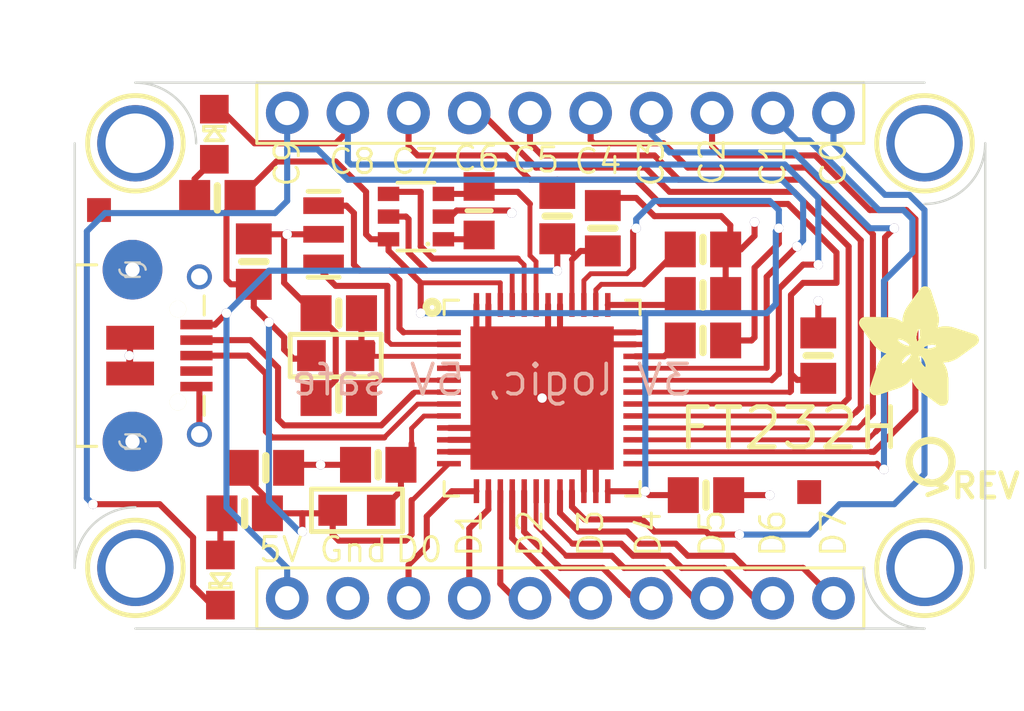
<source format=kicad_pcb>
(kicad_pcb (version 4) (host pcbnew 4.0.5-e0-6337~49~ubuntu16.04.1)
  (layers (0 F.Cu signal) (31 B.Cu signal) (34 B.Paste user) (35 F.Paste user) (36 B.SilkS user) (37 F.SilkS user) (38 B.Mask user) (39 F.Mask user) (44 Edge.Cuts user))
  (net 0 "")
  (module QFN48_8MM (layer F.Cu) (at 149.098 106.8197)
    (fp_text reference IC2)
    (fp_text value FT232HQ)
    (pad THER smd rect (at 0 0) (size 5.99948 5.99948) (layers F.Cu F.Paste F.Mask))
    (pad 1 smd rect (at -3.8989 -2.74828 90) (size 0.2286 0.99822) (layers F.Cu F.Paste F.Mask))
    (pad 2 smd rect (at -3.8989 -2.2479 90) (size 0.2286 0.99822) (layers F.Cu F.Paste F.Mask))
    (pad 3 smd rect (at -3.8989 -1.74752 90) (size 0.2286 0.99822) (layers F.Cu F.Paste F.Mask))
    (pad 4 smd rect (at -3.8989 -1.24968 90) (size 0.2286 0.99822) (layers F.Cu F.Paste F.Mask))
    (pad 5 smd rect (at -3.8989 -0.7493 90) (size 0.2286 0.99822) (layers F.Cu F.Paste F.Mask))
    (pad 6 smd rect (at -3.8989 -0.24892 90) (size 0.2286 0.99822) (layers F.Cu F.Paste F.Mask))
    (pad 7 smd rect (at -3.8989 0.24892 90) (size 0.2286 0.99822) (layers F.Cu F.Paste F.Mask))
    (pad 8 smd rect (at -3.8989 0.7493 90) (size 0.2286 0.99822) (layers F.Cu F.Paste F.Mask))
    (pad 9 smd rect (at -3.8989 1.24968 90) (size 0.2286 0.99822) (layers F.Cu F.Paste F.Mask))
    (pad 10 smd rect (at -3.8989 1.74752 90) (size 0.2286 0.99822) (layers F.Cu F.Paste F.Mask))
    (pad 11 smd rect (at -3.8989 2.2479 90) (size 0.2286 0.99822) (layers F.Cu F.Paste F.Mask))
    (pad 12 smd rect (at -3.8989 2.74828 90) (size 0.2286 0.99822) (layers F.Cu F.Paste F.Mask))
    (pad 13 smd rect (at -2.74828 3.8989 180) (size 0.2286 0.99822) (layers F.Cu F.Paste F.Mask))
    (pad 14 smd rect (at -2.2479 3.8989 180) (size 0.2286 0.99822) (layers F.Cu F.Paste F.Mask))
    (pad 15 smd rect (at -1.74752 3.8989 180) (size 0.2286 0.99822) (layers F.Cu F.Paste F.Mask))
    (pad 16 smd rect (at -1.24968 3.8989 180) (size 0.2286 0.99822) (layers F.Cu F.Paste F.Mask))
    (pad 17 smd rect (at -0.7493 3.8989 180) (size 0.2286 0.99822) (layers F.Cu F.Paste F.Mask))
    (pad 18 smd rect (at -0.24892 3.8989 180) (size 0.2286 0.99822) (layers F.Cu F.Paste F.Mask))
    (pad 19 smd rect (at 0.19812 3.8989 180) (size 0.2286 0.99822) (layers F.Cu F.Paste F.Mask))
    (pad 20 smd rect (at 0.7493 3.8989 180) (size 0.2286 0.99822) (layers F.Cu F.Paste F.Mask))
    (pad 21 smd rect (at 1.24968 3.8989 180) (size 0.2286 0.99822) (layers F.Cu F.Paste F.Mask))
    (pad 22 smd rect (at 1.74752 3.8989 180) (size 0.2286 0.99822) (layers F.Cu F.Paste F.Mask))
    (pad 23 smd rect (at 2.2479 3.8989 180) (size 0.2286 0.99822) (layers F.Cu F.Paste F.Mask))
    (pad 24 smd rect (at 2.74828 3.8989 180) (size 0.2286 0.99822) (layers F.Cu F.Paste F.Mask))
    (pad 25 smd rect (at 3.8989 2.74828 270) (size 0.2286 0.99822) (layers F.Cu F.Paste F.Mask))
    (pad 26 smd rect (at 3.8989 2.2479 270) (size 0.2286 0.99822) (layers F.Cu F.Paste F.Mask))
    (pad 27 smd rect (at 3.8989 1.74752 270) (size 0.2286 0.99822) (layers F.Cu F.Paste F.Mask))
    (pad 28 smd rect (at 3.8989 1.24968 270) (size 0.2286 0.99822) (layers F.Cu F.Paste F.Mask))
    (pad 29 smd rect (at 3.8989 0.7493 270) (size 0.2286 0.99822) (layers F.Cu F.Paste F.Mask))
    (pad 30 smd rect (at 3.8989 0.24892 270) (size 0.2286 0.99822) (layers F.Cu F.Paste F.Mask))
    (pad 31 smd rect (at 3.8989 -0.24892 270) (size 0.2286 0.99822) (layers F.Cu F.Paste F.Mask))
    (pad 32 smd rect (at 3.8989 -0.7493 270) (size 0.2286 0.99822) (layers F.Cu F.Paste F.Mask))
    (pad 33 smd rect (at 3.8989 -1.24968 270) (size 0.2286 0.99822) (layers F.Cu F.Paste F.Mask))
    (pad 34 smd rect (at 3.8989 -1.74752 270) (size 0.2286 0.99822) (layers F.Cu F.Paste F.Mask))
    (pad 35 smd rect (at 3.8989 -2.2479 270) (size 0.2286 0.99822) (layers F.Cu F.Paste F.Mask))
    (pad 36 smd rect (at 3.8989 -2.74828 270) (size 0.2286 0.99822) (layers F.Cu F.Paste F.Mask))
    (pad 37 smd rect (at 2.74828 -3.8989) (size 0.2286 0.99822) (layers F.Cu F.Paste F.Mask))
    (pad 38 smd rect (at 2.2479 -3.8989) (size 0.2286 0.99822) (layers F.Cu F.Paste F.Mask))
    (pad 39 smd rect (at 1.74752 -3.8989) (size 0.2286 0.99822) (layers F.Cu F.Paste F.Mask))
    (pad 40 smd rect (at 1.24968 -3.8989) (size 0.2286 0.99822) (layers F.Cu F.Paste F.Mask))
    (pad 41 smd rect (at 0.7493 -3.8989) (size 0.2286 0.99822) (layers F.Cu F.Paste F.Mask))
    (pad 42 smd rect (at 0.24892 -3.8989) (size 0.2286 0.99822) (layers F.Cu F.Paste F.Mask))
    (pad 43 smd rect (at -0.24892 -3.8989) (size 0.2286 0.99822) (layers F.Cu F.Paste F.Mask))
    (pad 44 smd rect (at -0.7493 -3.8989) (size 0.2286 0.99822) (layers F.Cu F.Paste F.Mask))
    (pad 45 smd rect (at -1.24968 -3.8989) (size 0.2286 0.99822) (layers F.Cu F.Paste F.Mask))
    (pad 46 smd rect (at -1.74752 -3.8989) (size 0.2286 0.99822) (layers F.Cu F.Paste F.Mask))
    (pad 47 smd rect (at -2.2479 -3.8989) (size 0.2286 0.99822) (layers F.Cu F.Paste F.Mask))
    (pad 48 smd rect (at -2.74828 -3.8989) (size 0.2286 0.99822) (layers F.Cu F.Paste F.Mask))
  )
  (module 4UCONN_20329 (layer F.Cu) (at 133.858 105.0417 270)
    (fp_text reference X1)
    (fp_text value MiniB)
    (fp_arc (start -3.62458 1.62306) (end -3.8989 1.59766) (angle -90) (layer Edge.Cuts) (width 0))
    (fp_arc (start -3.57378 1.62306) (end -3.59918 1.34874) (angle -90) (layer Edge.Cuts) (width 0))
    (fp_line (start -3.29946 1.59766) (end -3.29946 2.19964) (layer Edge.Cuts) (width 0))
    (fp_arc (start -3.57378 2.17424) (end -3.29946 2.19964) (angle -90) (layer Edge.Cuts) (width 0))
    (fp_arc (start -3.62458 2.17424) (end -3.59918 2.44856) (angle -90) (layer Edge.Cuts) (width 0))
    (fp_line (start -3.8989 2.19964) (end -3.8989 1.59766) (layer Edge.Cuts) (width 0))
    (fp_arc (start 3.62458 2.17424) (end 3.8989 2.19964) (angle -90) (layer Edge.Cuts) (width 0))
    (fp_arc (start 3.57378 2.17424) (end 3.59918 2.44856) (angle -90) (layer Edge.Cuts) (width 0))
    (fp_line (start 3.8989 1.59766) (end 3.8989 2.19964) (layer Edge.Cuts) (width 0))
    (fp_arc (start 3.62458 1.62306) (end 3.59918 1.34874) (angle -90) (layer Edge.Cuts) (width 0))
    (fp_arc (start 3.57378 1.62306) (end 3.29946 1.59766) (angle -90) (layer Edge.Cuts) (width 0))
    (fp_line (start 3.29946 2.19964) (end 3.29946 1.59766) (layer Edge.Cuts) (width 0))
    (pad Hole np_thru_hole circle (at -1.94818 0) (size 0.6985 0.6985) (drill 0.6985) (layers *.Cu *.Mask F.SilkS))
    (pad Hole np_thru_hole circle (at 1.94818 0) (size 0.6985 0.6985) (drill 0.6985) (layers *.Cu *.Mask F.SilkS))
    (pad SPRT thru_hole oval (at 3.59918 1.89992) (size 2.49936 2.49936) (drill 0.59944) (layers *.Cu *.Mask))
    (pad SPRT thru_hole oval (at -3.59918 1.89992) (size 2.49936 2.49936) (drill 0.59944) (layers *.Cu *.Mask))
    (pad SPRT thru_hole oval (at -3.29946 -0.89916 90) (size 1.04648 1.04648) (drill 0.6985) (layers *.Cu *.Mask))
    (pad SPRT thru_hole oval (at 3.29946 -0.89916 270) (size 1.04648 1.04648) (drill 0.6985) (layers *.Cu *.Mask))
    (pad VBUS smd rect (at -1.29794 -0.7747 270) (size 0.39878 1.34874) (layers F.Cu F.Paste F.Mask))
    (pad D- smd rect (at -0.6477 -0.7747 270) (size 0.39878 1.34874) (layers F.Cu F.Paste F.Mask))
    (pad D+ smd rect (at 0 -0.7747 270) (size 0.39878 1.34874) (layers F.Cu F.Paste F.Mask))
    (pad ID smd rect (at 0.6477 -0.7747 270) (size 0.39878 1.34874) (layers F.Cu F.Paste F.Mask))
    (pad GND smd rect (at 1.29794 -0.7747 270) (size 0.39878 1.34874) (layers F.Cu F.Paste F.Mask))
    (pad BASE smd rect (at -0.7493 1.99898) (size 1.99898 0.99822) (layers F.Cu F.Paste F.Mask))
    (pad BASE smd rect (at 0.7493 1.99898) (size 1.99898 0.99822) (layers F.Cu F.Paste F.Mask))
  )
  (module RESONATOR-SMD (layer F.Cu) (at 139.954 99.9617 270)
    (fp_text reference ref** hide)
    (fp_text value val** hide)
    (pad 1 smd rect (at -1.19888 0 270) (size 0.6985 1.69926) (layers F.Cu F.Paste F.Mask))
    (pad 2 smd rect (at 0 0 270) (size 0.6985 1.69926) (layers F.Cu F.Paste F.Mask))
    (pad 3 smd rect (at 1.19888 0 270) (size 0.6985 1.69926) (layers F.Cu F.Paste F.Mask))
  )
  (module 0805-NO (layer F.Cu) (at 151.638 99.7077 90)
    (fp_text reference C1)
    (fp_text value 10uF)
    (pad 1 smd rect (at -0.94996 0 90) (size 1.29794 1.4986) (layers F.Cu F.Paste F.Mask))
    (pad 2 smd rect (at 0.94996 0 90) (size 1.29794 1.4986) (layers F.Cu F.Paste F.Mask))
  )
  (module 0805-NO (layer F.Cu) (at 155.829 102.5017)
    (fp_text reference C2)
    (fp_text value 0.1uF)
    (pad 1 smd rect (at -0.94996 0) (size 1.29794 1.4986) (layers F.Cu F.Paste F.Mask))
    (pad 2 smd rect (at 0.94996 0) (size 1.29794 1.4986) (layers F.Cu F.Paste F.Mask))
  )
  (module _0805 (layer F.Cu) (at 140.462 105.0417 180)
    (fp_text reference FB1)
    (fp_text value Ferrite)
    (pad 1 smd rect (at -1.016 0 180) (size 1.19888 1.29794) (layers F.Cu F.Paste F.Mask))
    (pad 2 smd rect (at 1.016 0 180) (size 1.19888 1.29794) (layers F.Cu F.Paste F.Mask))
  )
  (module _0805 (layer F.Cu) (at 141.351 111.5187)
    (fp_text reference FB2)
    (fp_text value Ferrite)
    (pad 1 smd rect (at -1.016 0) (size 1.19888 1.29794) (layers F.Cu F.Paste F.Mask))
    (pad 2 smd rect (at 1.016 0) (size 1.19888 1.29794) (layers F.Cu F.Paste F.Mask))
  )
  (module 0805-NO (layer F.Cu) (at 140.589 103.2637 180)
    (fp_text reference C3)
    (fp_text value 10uF)
    (pad 1 smd rect (at -0.94996 0 180) (size 1.29794 1.4986) (layers F.Cu F.Paste F.Mask))
    (pad 2 smd rect (at 0.94996 0 180) (size 1.29794 1.4986) (layers F.Cu F.Paste F.Mask))
  )
  (module 0805-NO (layer F.Cu) (at 142.24 109.6137 180)
    (fp_text reference C4)
    (fp_text value 10uF)
    (pad 1 smd rect (at -0.94996 0 180) (size 1.29794 1.4986) (layers F.Cu F.Paste F.Mask))
    (pad 2 smd rect (at 0.94996 0 180) (size 1.29794 1.4986) (layers F.Cu F.Paste F.Mask))
  )
  (module 0805-NO (layer F.Cu) (at 137.541 109.7407)
    (fp_text reference C5)
    (fp_text value 10uF)
    (pad 1 smd rect (at -0.94996 0) (size 1.29794 1.4986) (layers F.Cu F.Paste F.Mask))
    (pad 2 smd rect (at 0.94996 0) (size 1.29794 1.4986) (layers F.Cu F.Paste F.Mask))
  )
  (module 0805-NO (layer F.Cu) (at 155.956 110.8837)
    (fp_text reference C6)
    (fp_text value 0.1uF)
    (pad 1 smd rect (at -0.94996 0) (size 1.29794 1.4986) (layers F.Cu F.Paste F.Mask))
    (pad 2 smd rect (at 0.94996 0) (size 1.29794 1.4986) (layers F.Cu F.Paste F.Mask))
  )
  (module 0805-NO (layer F.Cu) (at 137.033 101.1047 90)
    (fp_text reference C7)
    (fp_text value 0.1uF)
    (pad 1 smd rect (at -0.94996 0 90) (size 1.29794 1.4986) (layers F.Cu F.Paste F.Mask))
    (pad 2 smd rect (at 0.94996 0 90) (size 1.29794 1.4986) (layers F.Cu F.Paste F.Mask))
  )
  (module 0805-NO (layer F.Cu) (at 155.829 104.4067)
    (fp_text reference R1)
    (fp_text value 12K)
    (pad 1 smd rect (at -0.94996 0) (size 1.29794 1.4986) (layers F.Cu F.Paste F.Mask))
    (pad 2 smd rect (at 0.94996 0) (size 1.29794 1.4986) (layers F.Cu F.Paste F.Mask))
  )
  (module 0805-NO (layer F.Cu) (at 155.829 100.5967)
    (fp_text reference C8)
    (fp_text value 0.1uF)
    (pad 1 smd rect (at -0.94996 0) (size 1.29794 1.4986) (layers F.Cu F.Paste F.Mask))
    (pad 2 smd rect (at 0.94996 0) (size 1.29794 1.4986) (layers F.Cu F.Paste F.Mask))
  )
  (module 0805-NO (layer F.Cu) (at 140.589 106.8197 180)
    (fp_text reference R2)
    (fp_text value "12K 1%")
    (pad 1 smd rect (at -0.94996 0 180) (size 1.29794 1.4986) (layers F.Cu F.Paste F.Mask))
    (pad 2 smd rect (at 0.94996 0 180) (size 1.29794 1.4986) (layers F.Cu F.Paste F.Mask))
  )
  (module SOT23-6 (layer F.Cu) (at 143.81988 99.22002 90)
    (fp_text reference IC1)
    (fp_text value 93LC56B)
    (pad 1 smd rect (at -0.94996 1.14808 90) (size 0.59944 0.89916) (layers F.Cu F.Paste F.Mask))
    (pad 2 smd rect (at 0 1.14808 90) (size 0.59944 0.89916) (layers F.Cu F.Paste F.Mask))
    (pad 3 smd rect (at 0.94996 1.14808 90) (size 0.59944 0.89916) (layers F.Cu F.Paste F.Mask))
    (pad 4 smd rect (at 0.94996 -1.14808 90) (size 0.59944 0.89916) (layers F.Cu F.Paste F.Mask))
    (pad 5 smd rect (at 0 -1.14808 90) (size 0.59944 0.89916) (layers F.Cu F.Paste F.Mask))
    (pad 6 smd rect (at -0.94996 -1.14808 90) (size 0.59944 0.89916) (layers F.Cu F.Paste F.Mask))
  )
  (module CHIPLED_0805_NOOUTLINE (layer F.Cu) (at 135.636 114.4397 180)
    (fp_text reference LED1)
    (fp_text value green)
    (pad C smd rect (at 0 -1.04902 180) (size 1.19888 1.19888) (layers F.Cu F.Paste F.Mask))
    (pad A smd rect (at 0 1.04902 180) (size 1.19888 1.19888) (layers F.Cu F.Paste F.Mask))
  )
  (module CHIPLED_0805_NOOUTLINE (layer F.Cu) (at 135.382 95.7707)
    (fp_text reference LED2)
    (fp_text value red)
    (pad C smd rect (at 0 -1.04902) (size 1.19888 1.19888) (layers F.Cu F.Paste F.Mask))
    (pad A smd rect (at 0 1.04902) (size 1.19888 1.19888) (layers F.Cu F.Paste F.Mask))
  )
  (module 0805-NO (layer F.Cu) (at 136.652 111.6457 180)
    (fp_text reference R3)
    (fp_text value 1K)
    (pad 1 smd rect (at -0.94996 0 180) (size 1.29794 1.4986) (layers F.Cu F.Paste F.Mask))
    (pad 2 smd rect (at 0.94996 0 180) (size 1.29794 1.4986) (layers F.Cu F.Paste F.Mask))
  )
  (module 0805-NO (layer F.Cu) (at 135.509 98.4377 180)
    (fp_text reference R4)
    (fp_text value 1K)
    (pad 1 smd rect (at -0.94996 0 180) (size 1.29794 1.4986) (layers F.Cu F.Paste F.Mask))
    (pad 2 smd rect (at 0.94996 0 180) (size 1.29794 1.4986) (layers F.Cu F.Paste F.Mask))
  )
  (module _0805MP (layer F.Cu) (at 146.46148 98.97364 270)
    (fp_text reference R5)
    (fp_text value 2.2K)
    (pad 1 smd rect (at -1.016 0 270) (size 1.19888 1.29794) (layers F.Cu F.Paste F.Mask))
    (pad 2 smd rect (at 1.016 0 270) (size 1.19888 1.29794) (layers F.Cu F.Paste F.Mask))
  )
  (module 0805-NO (layer F.Cu) (at 149.733 99.1997 270)
    (fp_text reference R6)
    (fp_text value 4.7K)
    (pad 1 smd rect (at -0.94996 0 270) (size 1.29794 1.4986) (layers F.Cu F.Paste F.Mask))
    (pad 2 smd rect (at 0.94996 0 270) (size 1.29794 1.4986) (layers F.Cu F.Paste F.Mask))
  )
  (module 0805-NO (layer F.Cu) (at 160.655 105.0417 270)
    (fp_text reference R7)
    (fp_text value 12K)
    (pad 1 smd rect (at -0.94996 0 270) (size 1.29794 1.4986) (layers F.Cu F.Paste F.Mask))
    (pad 2 smd rect (at 0.94996 0 270) (size 1.29794 1.4986) (layers F.Cu F.Paste F.Mask))
  )
  (module 1X10-BIG (layer F.Cu) (at 149.86 115.2017)
    (fp_text reference U$2)
    (fp_text value PINHD-1X10)
    (pad 1 thru_hole oval (at -11.43 0 90) (size 1.778 1.778) (drill 1.016) (layers *.Cu *.Mask))
    (pad 2 thru_hole oval (at -8.89 0 90) (size 1.778 1.778) (drill 1.016) (layers *.Cu *.Mask))
    (pad 3 thru_hole oval (at -6.35 0 90) (size 1.778 1.778) (drill 1.016) (layers *.Cu *.Mask))
    (pad 4 thru_hole oval (at -3.81 0 90) (size 1.778 1.778) (drill 1.016) (layers *.Cu *.Mask))
    (pad 5 thru_hole oval (at -1.27 0 90) (size 1.778 1.778) (drill 1.016) (layers *.Cu *.Mask))
    (pad 6 thru_hole oval (at 1.27 0 90) (size 1.778 1.778) (drill 1.016) (layers *.Cu *.Mask))
    (pad 7 thru_hole oval (at 3.81 0 90) (size 1.778 1.778) (drill 1.016) (layers *.Cu *.Mask))
    (pad 8 thru_hole oval (at 6.35 0 90) (size 1.778 1.778) (drill 1.016) (layers *.Cu *.Mask))
    (pad 9 thru_hole oval (at 8.89 0 90) (size 1.778 1.778) (drill 1.016) (layers *.Cu *.Mask))
    (pad 10 thru_hole oval (at 11.43 0 90) (size 1.778 1.778) (drill 1.016) (layers *.Cu *.Mask))
  )
  (module 1X10-BIG (layer F.Cu) (at 149.86 94.8817 180)
    (fp_text reference U$3)
    (fp_text value PINHD-1X10)
    (pad 1 thru_hole oval (at -11.43 0 270) (size 1.778 1.778) (drill 1.016) (layers *.Cu *.Mask))
    (pad 2 thru_hole oval (at -8.89 0 270) (size 1.778 1.778) (drill 1.016) (layers *.Cu *.Mask))
    (pad 3 thru_hole oval (at -6.35 0 270) (size 1.778 1.778) (drill 1.016) (layers *.Cu *.Mask))
    (pad 4 thru_hole oval (at -3.81 0 270) (size 1.778 1.778) (drill 1.016) (layers *.Cu *.Mask))
    (pad 5 thru_hole oval (at -1.27 0 270) (size 1.778 1.778) (drill 1.016) (layers *.Cu *.Mask))
    (pad 6 thru_hole oval (at 1.27 0 270) (size 1.778 1.778) (drill 1.016) (layers *.Cu *.Mask))
    (pad 7 thru_hole oval (at 3.81 0 270) (size 1.778 1.778) (drill 1.016) (layers *.Cu *.Mask))
    (pad 8 thru_hole oval (at 6.35 0 270) (size 1.778 1.778) (drill 1.016) (layers *.Cu *.Mask))
    (pad 9 thru_hole oval (at 8.89 0 270) (size 1.778 1.778) (drill 1.016) (layers *.Cu *.Mask))
    (pad 10 thru_hole oval (at 11.43 0 270) (size 1.778 1.778) (drill 1.016) (layers *.Cu *.Mask))
  )
  (module MOUNTINGHOLE_2.5_PLATED (layer F.Cu) (at 132.08 96.1517)
    (fp_text reference ref** hide)
    (fp_text value val** hide)
    (pad P$1 thru_hole oval (at 0 0) (size 3.19786 3.19786) (drill 2.49936) (layers *.Cu *.Mask))
  )
  (module MOUNTINGHOLE_2.5_PLATED (layer F.Cu) (at 132.08 113.9317)
    (fp_text reference ref** hide)
    (fp_text value val** hide)
    (pad P$1 thru_hole oval (at 0 0) (size 3.19786 3.19786) (drill 2.49936) (layers *.Cu *.Mask))
  )
  (module MOUNTINGHOLE_2.5_PLATED (layer F.Cu) (at 165.1 113.9317)
    (fp_text reference ref** hide)
    (fp_text value val** hide)
    (pad P$1 thru_hole oval (at 0 0) (size 3.19786 3.19786) (drill 2.49936) (layers *.Cu *.Mask))
  )
  (module FIDUCIAL_1MM (layer F.Cu) (at 130.556 98.9457)
    (fp_text reference ref** hide)
    (fp_text value val** hide)
    (pad 1 smd rect (at 0 0) (size 0.99822 0.99822) (layers F.Cu F.Paste F.Mask))
  )
  (module FIDUCIAL_1MM (layer F.Cu) (at 160.274 110.7567)
    (fp_text reference ref** hide)
    (fp_text value val** hide)
    (pad 1 smd rect (at 0 0) (size 0.99822 0.99822) (layers F.Cu F.Paste F.Mask))
  )
  (module MOUNTINGHOLE_2.5_PLATED (layer F.Cu) (at 165.1 96.1517)
    (fp_text reference ref** hide)
    (fp_text value val** hide)
    (pad P$1 thru_hole oval (at 0 0) (size 3.19786 3.19786) (drill 2.49936) (layers *.Cu *.Mask))
  )
  (module ADAFRUIT_5MM (layer F.Cu) (at 162.433 107.0737)
    (fp_text reference ref** hide)
    (fp_text value val** hide)
  )
  (module PCBFEAT-REV-040 (layer F.Cu) (at 165.354 109.4867)
    (fp_text reference ref** hide)
    (fp_text value val** hide)
    (fp_text user >REV (at 1.6764 1.016) (layer F.SilkS) (effects (font (size 1.016 1.016) (thickness 0.2032))))
  )
  (gr_line (start 129.54 96.1517) (end 129.54 113.9317) (angle 90) (layer Edge.Cuts))
  (gr_arc (start 132.08 113.9317) (end 129.54 113.9317) (angle 90) (layer Edge.Cuts))
  (gr_line (start 132.08 116.4717) (end 165.1 116.4717) (angle 90) (layer Edge.Cuts))
  (gr_arc (start 165.09746 113.9317) (end 165.1 116.4717) (angle 90) (layer Edge.Cuts))
  (gr_line (start 167.64 113.9317) (end 167.64 96.1517) (angle 90) (layer Edge.Cuts))
  (gr_arc (start 165.1 96.1517) (end 167.64 96.1517) (angle 90) (layer Edge.Cuts))
  (gr_line (start 165.1 93.6117) (end 132.08 93.6117) (angle 90) (layer Edge.Cuts))
  (gr_arc (start 132.08 96.1517) (end 132.08 93.6117) (angle 90) (layer Edge.Cuts))
  (gr_text C7 (at 142.6845 96.9137) (layer F.SilkS) (effects (font (size 1.016 1.016) (thickness 0.12192)) (justify left)))
  (gr_text C6 (at 145.288 96.7867) (layer F.SilkS) (effects (font (size 1.016 1.016) (thickness 0.12192)) (justify left)))
  (gr_text C5 (at 147.7645 96.8502) (layer F.SilkS) (effects (font (size 1.016 1.016) (thickness 0.12192)) (justify left)))
  (gr_text C4 (at 150.368 96.9137) (layer F.SilkS) (effects (font (size 1.016 1.016) (thickness 0.12192)) (justify left)))
  (gr_text C3 (at 153.67 98.0567 90) (layer F.SilkS) (effects (font (size 1.016 1.016) (thickness 0.12192)) (justify left)))
  (gr_text C2 (at 156.21 97.9932 90) (layer F.SilkS) (effects (font (size 1.016 1.016) (thickness 0.12192)) (justify left)))
  (gr_text C1 (at 158.75 98.0567 90) (layer F.SilkS) (effects (font (size 1.016 1.016) (thickness 0.12192)) (justify left)))
  (gr_text C0 (at 161.29 98.0567 90) (layer F.SilkS) (effects (font (size 1.016 1.016) (thickness 0.12192)) (justify left)))
  (gr_text C8 (at 140.081 96.9137) (layer F.SilkS) (effects (font (size 1.016 1.016) (thickness 0.12192)) (justify left)))
  (gr_text C9 (at 138.43 98.0567 90) (layer F.SilkS) (effects (font (size 1.016 1.016) (thickness 0.12192)) (justify left)))
  (gr_text 5V (at 137.16 113.1697) (layer F.SilkS) (effects (font (size 1.016 1.016) (thickness 0.12192)) (justify left)))
  (gr_text Gnd (at 139.7 113.1697) (layer F.SilkS) (effects (font (size 1.016 1.016) (thickness 0.12192)) (justify left)))
  (gr_text D0 (at 142.875 113.1697) (layer F.SilkS) (effects (font (size 1.016 1.016) (thickness 0.12192)) (justify left)))
  (gr_text D1 (at 146.05 113.5507 90) (layer F.SilkS) (effects (font (size 1.016 1.016) (thickness 0.12192)) (justify left)))
  (gr_text D2 (at 148.59 113.5507 90) (layer F.SilkS) (effects (font (size 1.016 1.016) (thickness 0.12192)) (justify left)))
  (gr_text D3 (at 151.13 113.5507 90) (layer F.SilkS) (effects (font (size 1.016 1.016) (thickness 0.12192)) (justify left)))
  (gr_text D4 (at 153.543 113.5507 90) (layer F.SilkS) (effects (font (size 1.016 1.016) (thickness 0.12192)) (justify left)))
  (gr_text D5 (at 156.21 113.5507 90) (layer F.SilkS) (effects (font (size 1.016 1.016) (thickness 0.12192)) (justify left)))
  (gr_text D6 (at 158.75 113.5507 90) (layer F.SilkS) (effects (font (size 1.016 1.016) (thickness 0.12192)) (justify left)))
  (gr_text D7 (at 161.29 113.5507 90) (layer F.SilkS) (effects (font (size 1.016 1.016) (thickness 0.12192)) (justify left)))
  (gr_text FT232H (at 154.686 108.0897) (layer F.SilkS) (effects (font (size 1.6764 1.6764) (thickness 0.20066)) (justify left)))
  (gr_text "3V logic, 5V safe" (at 155.448 106.0577) (layer B.SilkS) (effects (font (size 1.27 1.27) (thickness 0.1524)) (justify left mirror)))
  (segment (start 146.558 94.8817) (end 146.05 94.8817) (width 0.254) (layer F.Cu) (net 0))
  (segment (start 148.844 97.1677) (end 146.558 94.8817) (width 0.254) (layer F.Cu) (net 0))
  (segment (start 161.67354 107.07116) (end 161.72434 107.02036) (width 0.2032) (layer F.Cu) (net 0))
  (segment (start 152.9969 107.07116) (end 161.67354 107.07116) (width 0.2032) (layer F.Cu) (net 0))
  (segment (start 153.416 97.1677) (end 148.844 97.1677) (width 0.254) (layer F.Cu) (net 0))
  (segment (start 154.432 98.1837) (end 153.416 97.1677) (width 0.254) (layer F.Cu) (net 0))
  (segment (start 159.639 98.1837) (end 154.432 98.1837) (width 0.254) (layer F.Cu) (net 0))
  (segment (start 161.925 100.4697) (end 159.639 98.1837) (width 0.254) (layer F.Cu) (net 0))
  (segment (start 161.925 106.8197) (end 161.925 100.4697) (width 0.254) (layer F.Cu) (net 0))
  (segment (start 161.72434 107.02036) (end 161.925 106.8197) (width 0.254) (layer F.Cu) (net 0))
  (segment (start 148.59 96.1517) (end 148.59 94.8817) (width 0.254) (layer F.Cu) (net 0))
  (segment (start 149.098 96.6597) (end 148.59 96.1517) (width 0.254) (layer F.Cu) (net 0))
  (segment (start 162.06216 107.57154) (end 162.21202 107.42168) (width 0.2032) (layer F.Cu) (net 0))
  (segment (start 152.9969 107.57154) (end 162.06216 107.57154) (width 0.2032) (layer F.Cu) (net 0))
  (segment (start 153.797 96.6597) (end 149.098 96.6597) (width 0.254) (layer F.Cu) (net 0))
  (segment (start 154.813 97.6757) (end 153.797 96.6597) (width 0.254) (layer F.Cu) (net 0))
  (segment (start 159.893 97.6757) (end 154.813 97.6757) (width 0.254) (layer F.Cu) (net 0))
  (segment (start 162.433 100.2157) (end 159.893 97.6757) (width 0.254) (layer F.Cu) (net 0))
  (segment (start 162.433 107.2007) (end 162.433 100.2157) (width 0.254) (layer F.Cu) (net 0))
  (segment (start 162.21202 107.42168) (end 162.433 107.2007) (width 0.254) (layer F.Cu) (net 0))
  (segment (start 151.13 96.0247) (end 151.13 94.8817) (width 0.254) (layer F.Cu) (net 0))
  (segment (start 151.257 96.1517) (end 151.13 96.0247) (width 0.254) (layer F.Cu) (net 0))
  (segment (start 154.178 96.1517) (end 151.257 96.1517) (width 0.254) (layer F.Cu) (net 0))
  (segment (start 162.32378 108.07192) (end 162.57524 107.82046) (width 0.2032) (layer F.Cu) (net 0))
  (segment (start 152.9969 108.07192) (end 162.32378 108.07192) (width 0.2032) (layer F.Cu) (net 0))
  (segment (start 155.194 97.1677) (end 154.178 96.1517) (width 0.254) (layer F.Cu) (net 0))
  (segment (start 160.147 97.1677) (end 155.194 97.1677) (width 0.254) (layer F.Cu) (net 0))
  (segment (start 162.941 99.9617) (end 160.147 97.1677) (width 0.254) (layer F.Cu) (net 0))
  (segment (start 162.941 107.4547) (end 162.941 99.9617) (width 0.254) (layer F.Cu) (net 0))
  (segment (start 162.57524 107.82046) (end 162.941 107.4547) (width 0.254) (layer F.Cu) (net 0))
  (via (at 163.83 99.7077) (size 0.3937) (layers F.Cu B.Cu) (net 0))
  (segment (start 162.814 99.7077) (end 163.83 99.7077) (width 0.254) (layer B.Cu) (net 0))
  (segment (start 159.639 96.5327) (end 162.814 99.7077) (width 0.254) (layer B.Cu) (net 0))
  (segment (start 154.432 96.5327) (end 159.639 96.5327) (width 0.254) (layer B.Cu) (net 0))
  (segment (start 153.67 95.7707) (end 154.432 96.5327) (width 0.254) (layer B.Cu) (net 0))
  (segment (start 153.67 94.8817) (end 153.67 95.7707) (width 0.254) (layer B.Cu) (net 0))
  (segment (start 162.71494 108.56976) (end 163.06292 108.22178) (width 0.2032) (layer F.Cu) (net 0))
  (segment (start 152.9969 108.56976) (end 162.71494 108.56976) (width 0.2032) (layer F.Cu) (net 0))
  (segment (start 163.449 100.0887) (end 163.83 99.7077) (width 0.254) (layer F.Cu) (net 0))
  (segment (start 163.449 107.8357) (end 163.449 100.0887) (width 0.254) (layer F.Cu) (net 0))
  (segment (start 163.06292 108.22178) (end 163.449 107.8357) (width 0.254) (layer F.Cu) (net 0))
  (segment (start 162.97656 109.07014) (end 162.84956 109.07014) (width 0.254) (layer F.Cu) (net 0))
  (segment (start 164.719 107.3277) (end 162.97656 109.07014) (width 0.254) (layer F.Cu) (net 0))
  (segment (start 164.719 99.3267) (end 164.719 107.3277) (width 0.254) (layer F.Cu) (net 0))
  (segment (start 164.338 98.9457) (end 164.719 99.3267) (width 0.254) (layer F.Cu) (net 0))
  (segment (start 162.814 98.9457) (end 164.338 98.9457) (width 0.254) (layer F.Cu) (net 0))
  (segment (start 160.528 96.6597) (end 162.814 98.9457) (width 0.254) (layer F.Cu) (net 0))
  (segment (start 156.21 96.2787) (end 156.21 94.8817) (width 0.254) (layer F.Cu) (net 0))
  (segment (start 156.591 96.6597) (end 156.21 96.2787) (width 0.254) (layer F.Cu) (net 0))
  (segment (start 160.528 96.6597) (end 156.591 96.6597) (width 0.254) (layer F.Cu) (net 0))
  (segment (start 152.9969 109.07014) (end 162.84956 109.07014) (width 0.2032) (layer F.Cu) (net 0))
  (via (at 163.40328 109.80166) (size 0.3937) (layers F.Cu B.Cu) (net 0))
  (segment (start 163.34232 109.80166) (end 163.40328 109.80166) (width 0.254) (layer F.Cu) (net 0))
  (segment (start 163.11118 109.57052) (end 163.34232 109.80166) (width 0.254) (layer F.Cu) (net 0))
  (segment (start 163.40328 101.91242) (end 163.40328 109.80166) (width 0.254) (layer B.Cu) (net 0))
  (segment (start 164.592 100.7237) (end 163.40328 101.91242) (width 0.254) (layer B.Cu) (net 0))
  (segment (start 164.592 99.3267) (end 164.592 100.7237) (width 0.254) (layer B.Cu) (net 0))
  (segment (start 164.211 98.9457) (end 164.592 99.3267) (width 0.254) (layer B.Cu) (net 0))
  (segment (start 163.195 98.9457) (end 164.211 98.9457) (width 0.254) (layer B.Cu) (net 0))
  (segment (start 160.274 96.0247) (end 163.195 98.9457) (width 0.254) (layer B.Cu) (net 0))
  (segment (start 159.766 96.0247) (end 160.274 96.0247) (width 0.254) (layer B.Cu) (net 0))
  (segment (start 158.75 95.0087) (end 159.766 96.0247) (width 0.254) (layer B.Cu) (net 0))
  (segment (start 158.75 94.8817) (end 158.75 95.0087) (width 0.254) (layer B.Cu) (net 0))
  (segment (start 152.9969 109.57052) (end 163.11118 109.57052) (width 0.2032) (layer F.Cu) (net 0))
  (via (at 157.353 112.5347) (size 0.3937) (layers F.Cu B.Cu) (net 0))
  (segment (start 165.1 98.9457) (end 165.1 109.9947) (width 0.254) (layer B.Cu) (net 0))
  (segment (start 164.465 98.3107) (end 165.1 98.9457) (width 0.254) (layer B.Cu) (net 0))
  (segment (start 163.449 98.3107) (end 164.465 98.3107) (width 0.254) (layer B.Cu) (net 0))
  (segment (start 161.29 96.1517) (end 163.449 98.3107) (width 0.254) (layer B.Cu) (net 0))
  (segment (start 161.29 96.1517) (end 161.29 94.8817) (width 0.254) (layer B.Cu) (net 0))
  (segment (start 156.083 112.5347) (end 157.353 112.5347) (width 0.254) (layer F.Cu) (net 0))
  (segment (start 155.956 112.4077) (end 156.083 112.5347) (width 0.254) (layer F.Cu) (net 0))
  (segment (start 153.797 112.4077) (end 155.956 112.4077) (width 0.254) (layer F.Cu) (net 0))
  (segment (start 153.289 111.8997) (end 153.797 112.4077) (width 0.254) (layer F.Cu) (net 0))
  (segment (start 150.876 111.8997) (end 153.289 111.8997) (width 0.254) (layer F.Cu) (net 0))
  (segment (start 150.34768 111.37392) (end 150.876 111.8997) (width 0.254) (layer F.Cu) (net 0))
  (segment (start 150.34768 110.72114) (end 150.34768 111.37392) (width 0.254) (layer F.Cu) (net 0))
  (segment (start 160.274 112.5347) (end 157.353 112.5347) (width 0.254) (layer B.Cu) (net 0))
  (segment (start 161.544 111.2647) (end 160.274 112.5347) (width 0.254) (layer B.Cu) (net 0))
  (segment (start 163.83 111.2647) (end 161.544 111.2647) (width 0.254) (layer B.Cu) (net 0))
  (segment (start 165.1 109.9947) (end 163.83 111.2647) (width 0.254) (layer B.Cu) (net 0))
  (segment (start 160.02 113.9317) (end 161.29 115.2017) (width 0.254) (layer F.Cu) (net 0))
  (segment (start 157.607 113.9317) (end 160.02 113.9317) (width 0.254) (layer F.Cu) (net 0))
  (segment (start 157.099 113.4237) (end 157.607 113.9317) (width 0.254) (layer F.Cu) (net 0))
  (segment (start 155.194 113.4237) (end 157.099 113.4237) (width 0.254) (layer F.Cu) (net 0))
  (segment (start 154.686 112.9157) (end 155.194 113.4237) (width 0.254) (layer F.Cu) (net 0))
  (segment (start 153.162 112.9157) (end 154.686 112.9157) (width 0.254) (layer F.Cu) (net 0))
  (segment (start 152.654 112.4077) (end 153.162 112.9157) (width 0.254) (layer F.Cu) (net 0))
  (segment (start 150.622 112.4077) (end 152.654 112.4077) (width 0.254) (layer F.Cu) (net 0))
  (segment (start 149.8473 111.63554) (end 150.622 112.4077) (width 0.254) (layer F.Cu) (net 0))
  (segment (start 149.8473 110.72114) (end 149.8473 111.63554) (width 0.254) (layer F.Cu) (net 0))
  (segment (start 149.29612 111.84636) (end 149.29612 110.72114) (width 0.2032) (layer F.Cu) (net 0))
  (segment (start 150.368 112.9157) (end 149.29612 111.84636) (width 0.2032) (layer F.Cu) (net 0))
  (segment (start 157.988 115.2017) (end 158.75 115.2017) (width 0.254) (layer F.Cu) (net 0))
  (segment (start 156.718 113.9317) (end 157.988 115.2017) (width 0.254) (layer F.Cu) (net 0))
  (segment (start 154.94 113.9317) (end 156.718 113.9317) (width 0.254) (layer F.Cu) (net 0))
  (segment (start 154.432 113.4237) (end 154.94 113.9317) (width 0.254) (layer F.Cu) (net 0))
  (segment (start 152.908 113.4237) (end 154.432 113.4237) (width 0.254) (layer F.Cu) (net 0))
  (segment (start 152.4 112.9157) (end 152.908 113.4237) (width 0.254) (layer F.Cu) (net 0))
  (segment (start 150.368 112.9157) (end 152.4 112.9157) (width 0.254) (layer F.Cu) (net 0))
  (segment (start 148.84654 112.15878) (end 148.84654 110.72114) (width 0.2032) (layer F.Cu) (net 0))
  (segment (start 155.448 115.2017) (end 156.21 115.2017) (width 0.254) (layer F.Cu) (net 0))
  (segment (start 154.178 113.9317) (end 155.448 115.2017) (width 0.254) (layer F.Cu) (net 0))
  (segment (start 152.527 113.9317) (end 154.178 113.9317) (width 0.254) (layer F.Cu) (net 0))
  (segment (start 152.019 113.4237) (end 152.527 113.9317) (width 0.254) (layer F.Cu) (net 0))
  (segment (start 150.114 113.4237) (end 152.019 113.4237) (width 0.254) (layer F.Cu) (net 0))
  (segment (start 148.84654 112.15878) (end 150.114 113.4237) (width 0.2032) (layer F.Cu) (net 0))
  (segment (start 153.543 115.0747) (end 153.67 115.2017) (width 0.254) (layer F.Cu) (net 0))
  (segment (start 152.781 115.0747) (end 153.543 115.0747) (width 0.254) (layer F.Cu) (net 0))
  (segment (start 151.638 113.9317) (end 152.781 115.0747) (width 0.254) (layer F.Cu) (net 0))
  (segment (start 149.86 113.9317) (end 151.638 113.9317) (width 0.254) (layer F.Cu) (net 0))
  (segment (start 148.34616 112.4204) (end 149.86 113.9317) (width 0.254) (layer F.Cu) (net 0))
  (segment (start 148.34616 110.72114) (end 148.34616 112.4204) (width 0.254) (layer F.Cu) (net 0))
  (segment (start 150.368 115.2017) (end 151.13 115.2017) (width 0.254) (layer F.Cu) (net 0))
  (segment (start 147.84578 112.68202) (end 150.368 115.2017) (width 0.254) (layer F.Cu) (net 0))
  (segment (start 147.84578 110.72114) (end 147.84578 112.68202) (width 0.254) (layer F.Cu) (net 0))
  (segment (start 147.955 115.2017) (end 148.59 115.2017) (width 0.254) (layer F.Cu) (net 0))
  (segment (start 147.34794 114.59718) (end 147.955 115.2017) (width 0.254) (layer F.Cu) (net 0))
  (segment (start 147.34794 110.72114) (end 147.34794 114.59718) (width 0.254) (layer F.Cu) (net 0))
  (segment (start 146.05 112.2807) (end 146.05 115.2017) (width 0.254) (layer F.Cu) (net 0))
  (segment (start 146.84756 111.48314) (end 146.05 112.2807) (width 0.254) (layer F.Cu) (net 0))
  (segment (start 146.84756 110.72114) (end 146.84756 111.48314) (width 0.254) (layer F.Cu) (net 0))
  (segment (start 143.51 113.8047) (end 143.51 115.2017) (width 0.254) (layer F.Cu) (net 0))
  (segment (start 144.272 113.0427) (end 143.51 113.8047) (width 0.254) (layer F.Cu) (net 0))
  (segment (start 144.272 111.7727) (end 144.272 113.0427) (width 0.254) (layer F.Cu) (net 0))
  (segment (start 145.32356 110.72114) (end 144.272 111.7727) (width 0.254) (layer F.Cu) (net 0))
  (segment (start 146.34718 110.72114) (end 145.32356 110.72114) (width 0.254) (layer F.Cu) (net 0))
  (segment (start 159.512 106.51998) (end 159.512 105.8037) (width 0.254) (layer F.Cu) (net 0))
  (segment (start 159.4612 106.57078) (end 159.512 106.51998) (width 0.254) (layer F.Cu) (net 0))
  (segment (start 160.58896 106.0577) (end 160.655 105.9942) (width 0.254) (layer F.Cu) (net 0))
  (segment (start 159.766 106.0577) (end 160.58896 106.0577) (width 0.254) (layer F.Cu) (net 0))
  (segment (start 159.512 105.8037) (end 159.766 106.0577) (width 0.254) (layer F.Cu) (net 0))
  (segment (start 159.512 102.5017) (end 159.512 105.8037) (width 0.254) (layer F.Cu) (net 0))
  (segment (start 149.733 98.24974) (end 149.733 97.6757) (width 0.254) (layer F.Cu) (net 0))
  (segment (start 143.51 96.2787) (end 143.51 94.8817) (width 0.254) (layer F.Cu) (net 0))
  (segment (start 143.891 96.6597) (end 143.51 96.2787) (width 0.254) (layer F.Cu) (net 0))
  (segment (start 147.574 96.6597) (end 143.891 96.6597) (width 0.254) (layer F.Cu) (net 0))
  (segment (start 152.9969 106.57078) (end 159.4612 106.57078) (width 0.2032) (layer F.Cu) (net 0))
  (segment (start 160.02 101.9937) (end 159.512 102.5017) (width 0.254) (layer F.Cu) (net 0))
  (segment (start 161.417 101.9937) (end 160.02 101.9937) (width 0.254) (layer F.Cu) (net 0))
  (segment (start 161.417 100.7237) (end 161.417 101.9937) (width 0.254) (layer F.Cu) (net 0))
  (segment (start 159.385 98.6917) (end 161.417 100.7237) (width 0.254) (layer F.Cu) (net 0))
  (segment (start 154.051 98.6917) (end 159.385 98.6917) (width 0.254) (layer F.Cu) (net 0))
  (segment (start 153.035 97.6757) (end 154.051 98.6917) (width 0.254) (layer F.Cu) (net 0))
  (segment (start 149.733 97.6757) (end 153.035 97.6757) (width 0.254) (layer F.Cu) (net 0))
  (segment (start 148.59 97.6757) (end 149.733 97.6757) (width 0.254) (layer F.Cu) (net 0))
  (segment (start 147.574 96.6597) (end 148.59 97.6757) (width 0.254) (layer F.Cu) (net 0))
  (segment (start 146.28114 100.16998) (end 146.46148 99.98964) (width 0.254) (layer F.Cu) (net 0))
  (segment (start 144.9705 100.16998) (end 146.28114 100.16998) (width 0.254) (layer F.Cu) (net 0))
  (segment (start 142.75562 98.1837) (end 142.6718 98.27006) (width 0.254) (layer F.Cu) (net 0))
  (segment (start 144.018 98.1837) (end 142.75562 98.1837) (width 0.254) (layer F.Cu) (net 0))
  (segment (start 148.34616 101.2444) (end 148.34616 102.9208) (width 0.2032) (layer F.Cu) (net 0))
  (segment (start 148.082 100.9777) (end 148.34616 101.2444) (width 0.2032) (layer F.Cu) (net 0))
  (segment (start 144.526 100.9777) (end 148.082 100.9777) (width 0.254) (layer F.Cu) (net 0))
  (segment (start 144.018 100.4697) (end 144.526 100.9777) (width 0.254) (layer F.Cu) (net 0))
  (segment (start 144.018 98.1837) (end 144.018 100.4697) (width 0.254) (layer F.Cu) (net 0))
  (segment (start 143.40078 99.22002) (end 142.6718 99.22002) (width 0.254) (layer F.Cu) (net 0))
  (segment (start 143.51 99.3267) (end 143.40078 99.22002) (width 0.254) (layer F.Cu) (net 0))
  (segment (start 147.84578 101.4857) (end 144.272 101.4857) (width 0.2032) (layer F.Cu) (net 0))
  (segment (start 147.84578 102.9208) (end 147.84578 101.4857) (width 0.2032) (layer F.Cu) (net 0))
  (segment (start 143.51 100.7237) (end 143.51 99.3267) (width 0.254) (layer F.Cu) (net 0))
  (segment (start 144.272 101.4857) (end 143.51 100.7237) (width 0.254) (layer F.Cu) (net 0))
  (segment (start 146.68754 98.1837) (end 146.46148 97.95764) (width 0.254) (layer F.Cu) (net 0))
  (segment (start 148.082 98.1837) (end 146.68754 98.1837) (width 0.254) (layer F.Cu) (net 0))
  (segment (start 146.14906 98.27006) (end 146.46148 97.95764) (width 0.254) (layer F.Cu) (net 0))
  (segment (start 144.9705 98.27006) (end 146.14906 98.27006) (width 0.254) (layer F.Cu) (net 0))
  (segment (start 148.844 102.91572) (end 148.84654 102.9208) (width 0.2032) (layer F.Cu) (net 0))
  (segment (start 148.844 101.1047) (end 148.844 102.91572) (width 0.2032) (layer F.Cu) (net 0))
  (segment (start 148.59 100.8507) (end 148.844 101.1047) (width 0.2032) (layer F.Cu) (net 0))
  (segment (start 148.59 98.6917) (end 148.59 100.8507) (width 0.2032) (layer F.Cu) (net 0))
  (segment (start 148.082 98.1837) (end 148.59 98.6917) (width 0.254) (layer F.Cu) (net 0))
  (segment (start 135.636 111.71174) (end 135.636 113.39068) (width 0.254) (layer F.Cu) (net 0))
  (segment (start 135.6995 111.6457) (end 135.636 111.71174) (width 0.254) (layer F.Cu) (net 0))
  (segment (start 134.5565 97.64522) (end 135.382 96.82226) (width 0.254) (layer F.Cu) (net 0))
  (segment (start 134.5565 98.4377) (end 134.5565 97.64522) (width 0.254) (layer F.Cu) (net 0))
  (via (at 130.302 111.2647) (size 0.3937) (layers F.Cu B.Cu) (net 0))
  (via (at 159.766 100.4697) (size 0.3937) (layers F.Cu B.Cu) (net 0))
  (segment (start 133.096 111.2647) (end 134.493 112.6617) (width 0.254) (layer F.Cu) (net 0))
  (segment (start 130.302 111.2647) (end 133.096 111.2647) (width 0.254) (layer F.Cu) (net 0))
  (segment (start 130.048 111.0107) (end 130.302 111.2647) (width 0.254) (layer B.Cu) (net 0))
  (segment (start 130.048 99.8347) (end 130.048 111.0107) (width 0.254) (layer B.Cu) (net 0))
  (segment (start 130.81 99.0727) (end 130.048 99.8347) (width 0.254) (layer B.Cu) (net 0))
  (segment (start 139.7 96.4057) (end 138.43 96.4057) (width 0.254) (layer B.Cu) (net 0))
  (segment (start 138.43 96.4057) (end 138.43 94.8817) (width 0.254) (layer B.Cu) (net 0))
  (segment (start 138.43 98.5647) (end 138.43 96.4057) (width 0.254) (layer B.Cu) (net 0))
  (segment (start 137.922 99.0727) (end 138.43 98.5647) (width 0.254) (layer B.Cu) (net 0))
  (segment (start 130.81 99.0727) (end 137.922 99.0727) (width 0.254) (layer B.Cu) (net 0))
  (segment (start 134.493 114.6937) (end 134.493 112.6617) (width 0.254) (layer F.Cu) (net 0))
  (segment (start 135.28802 115.49126) (end 134.493 114.6937) (width 0.254) (layer F.Cu) (net 0))
  (segment (start 135.636 115.49126) (end 135.28802 115.49126) (width 0.254) (layer F.Cu) (net 0))
  (segment (start 158.47568 105.57002) (end 158.496 105.5497) (width 0.2032) (layer F.Cu) (net 0))
  (segment (start 152.9969 105.57002) (end 158.47568 105.57002) (width 0.2032) (layer F.Cu) (net 0))
  (segment (start 160.02 100.2157) (end 159.766 100.4697) (width 0.254) (layer B.Cu) (net 0))
  (segment (start 160.02 98.5647) (end 160.02 100.2157) (width 0.254) (layer B.Cu) (net 0))
  (segment (start 159.131 97.6757) (end 160.02 98.5647) (width 0.254) (layer B.Cu) (net 0))
  (segment (start 140.97 97.6757) (end 159.131 97.6757) (width 0.254) (layer B.Cu) (net 0))
  (segment (start 139.7 96.4057) (end 140.97 97.6757) (width 0.254) (layer B.Cu) (net 0))
  (segment (start 158.496 101.7397) (end 159.766 100.4697) (width 0.254) (layer F.Cu) (net 0))
  (segment (start 158.496 105.5497) (end 158.496 101.7397) (width 0.254) (layer F.Cu) (net 0))
  (via (at 160.655 101.2317) (size 0.3937) (layers F.Cu B.Cu) (net 0))
  (segment (start 158.96844 105.8037) (end 159.004 105.8037) (width 0.254) (layer F.Cu) (net 0))
  (segment (start 158.70428 106.0704) (end 158.96844 105.8037) (width 0.254) (layer F.Cu) (net 0))
  (segment (start 135.636 94.72168) (end 137.06602 96.1517) (width 0.254) (layer F.Cu) (net 0))
  (segment (start 135.382 94.72168) (end 135.636 94.72168) (width 0.254) (layer F.Cu) (net 0))
  (segment (start 140.462 96.1517) (end 140.97 95.6437) (width 0.254) (layer F.Cu) (net 0))
  (segment (start 137.06602 96.1517) (end 140.462 96.1517) (width 0.254) (layer F.Cu) (net 0))
  (segment (start 140.97 96.9137) (end 140.97 94.8817) (width 0.254) (layer B.Cu) (net 0))
  (segment (start 141.097 97.0407) (end 140.97 96.9137) (width 0.254) (layer B.Cu) (net 0))
  (segment (start 152.9969 106.0704) (end 158.70428 106.0704) (width 0.2032) (layer F.Cu) (net 0))
  (segment (start 160.655 98.4377) (end 160.655 101.2317) (width 0.254) (layer B.Cu) (net 0))
  (segment (start 159.258 97.0407) (end 160.655 98.4377) (width 0.254) (layer B.Cu) (net 0))
  (segment (start 141.097 97.0407) (end 159.258 97.0407) (width 0.254) (layer B.Cu) (net 0))
  (segment (start 160.02 101.2317) (end 160.655 101.2317) (width 0.254) (layer F.Cu) (net 0))
  (segment (start 159.004 102.2477) (end 160.02 101.2317) (width 0.254) (layer F.Cu) (net 0))
  (segment (start 159.004 105.8037) (end 159.004 102.2477) (width 0.254) (layer F.Cu) (net 0))
  (segment (start 140.97 95.6437) (end 140.97 94.8817) (width 0.254) (layer F.Cu) (net 0))
  (segment (start 142.28826 106.0704) (end 141.53896 106.8197) (width 0.254) (layer F.Cu) (net 0))
  (segment (start 145.19656 106.0704) (end 142.28826 106.0704) (width 0.2032) (layer F.Cu) (net 0))
  (segment (start 154.21356 105.07218) (end 154.8765 104.4067) (width 0.254) (layer F.Cu) (net 0))
  (segment (start 152.9969 105.07218) (end 154.21356 105.07218) (width 0.254) (layer F.Cu) (net 0))
  (segment (start 141.478 104.91216) (end 141.478 105.0417) (width 0.254) (layer F.Cu) (net 0))
  (segment (start 141.53896 104.8512) (end 141.478 104.91216) (width 0.254) (layer F.Cu) (net 0))
  (segment (start 142.01394 105.07218) (end 141.98854 105.04678) (width 0.2032) (layer F.Cu) (net 0))
  (segment (start 145.19656 105.07218) (end 142.01394 105.07218) (width 0.2032) (layer F.Cu) (net 0))
  (segment (start 141.98854 104.53116) (end 141.478 105.0417) (width 0.254) (layer F.Cu) (net 0))
  (segment (start 141.98854 105.04678) (end 141.98854 104.53116) (width 0.254) (layer F.Cu) (net 0))
  (segment (start 141.53896 103.2637) (end 141.53896 104.8512) (width 0.254) (layer F.Cu) (net 0))
  (segment (start 143.18996 110.69574) (end 142.367 111.5187) (width 0.254) (layer F.Cu) (net 0))
  (segment (start 143.18996 109.6137) (end 143.18996 110.69574) (width 0.254) (layer F.Cu) (net 0))
  (segment (start 144.15516 107.57154) (end 145.19656 107.57154) (width 0.2032) (layer F.Cu) (net 0))
  (segment (start 143.637 108.0897) (end 144.15516 107.57154) (width 0.2032) (layer F.Cu) (net 0))
  (segment (start 143.637 108.0897) (end 143.637 108.7247) (width 0.2032) (layer F.Cu) (net 0))
  (segment (start 142.30096 111.4552) (end 142.367 111.5187) (width 0.254) (layer F.Cu) (net 0))
  (segment (start 143.637 109.1692) (end 143.18996 109.6137) (width 0.254) (layer F.Cu) (net 0))
  (segment (start 143.637 108.7247) (end 143.637 109.1692) (width 0.254) (layer F.Cu) (net 0))
  (segment (start 154.45994 102.9208) (end 154.8765 102.5017) (width 0.254) (layer F.Cu) (net 0))
  (segment (start 151.84628 102.9208) (end 154.45994 102.9208) (width 0.254) (layer F.Cu) (net 0))
  (via (at 153.035 99.7077) (size 0.3937) (layers F.Cu B.Cu) (net 0))
  (via (at 144.018 103.2637) (size 0.3937) (layers F.Cu B.Cu) (net 0))
  (via (at 153.416 110.72114) (size 0.3937) (layers F.Cu B.Cu) (net 0))
  (via (at 159.004 99.7077) (size 0.3937) (layers F.Cu B.Cu) (net 0))
  (via (at 137.668 103.6447) (size 0.3937) (layers F.Cu B.Cu) (net 0))
  (via (at 139.065 112.4077) (size 0.3937) (layers F.Cu B.Cu) (net 0))
  (segment (start 139.065 112.4077) (end 139.065 111.6457) (width 0.254) (layer F.Cu) (net 0))
  (segment (start 153.57856 110.8837) (end 155.0035 110.8837) (width 0.254) (layer F.Cu) (net 0))
  (segment (start 153.416 110.72114) (end 153.57856 110.8837) (width 0.254) (layer F.Cu) (net 0))
  (segment (start 138.938 112.4077) (end 139.065 112.4077) (width 0.254) (layer B.Cu) (net 0))
  (segment (start 137.668 111.1377) (end 138.938 112.4077) (width 0.254) (layer B.Cu) (net 0))
  (segment (start 137.60196 111.2139) (end 137.60196 111.6457) (width 0.254) (layer F.Cu) (net 0))
  (segment (start 137.63752 111.1758) (end 137.60196 111.2139) (width 0.254) (layer F.Cu) (net 0))
  (segment (start 139.065 111.6457) (end 137.60196 111.6457) (width 0.254) (layer F.Cu) (net 0))
  (segment (start 140.208 111.6457) (end 139.065 111.6457) (width 0.254) (layer F.Cu) (net 0))
  (segment (start 157.861 104.4067) (end 156.77896 104.4067) (width 0.254) (layer F.Cu) (net 0))
  (segment (start 157.988 104.2797) (end 157.861 104.4067) (width 0.254) (layer F.Cu) (net 0))
  (segment (start 156.845 104.3432) (end 156.77896 104.4067) (width 0.254) (layer F.Cu) (net 0))
  (segment (start 138.303 104.2797) (end 137.668 103.6447) (width 0.254) (layer F.Cu) (net 0))
  (segment (start 138.303 104.7877) (end 138.303 104.2797) (width 0.254) (layer F.Cu) (net 0))
  (segment (start 137.033 103.0097) (end 137.668 103.6447) (width 0.254) (layer F.Cu) (net 0))
  (segment (start 137.033 103.0097) (end 137.033 102.0572) (width 0.254) (layer F.Cu) (net 0))
  (segment (start 136.07796 102.0572) (end 137.033 102.0572) (width 0.254) (layer F.Cu) (net 0))
  (segment (start 135.89 101.8667) (end 136.07796 102.0572) (width 0.254) (layer F.Cu) (net 0))
  (segment (start 137.98296 96.9137) (end 136.45896 98.4377) (width 0.254) (layer F.Cu) (net 0))
  (segment (start 135.89 99.0092) (end 136.45896 98.4377) (width 0.254) (layer F.Cu) (net 0))
  (segment (start 135.89 101.8667) (end 135.89 99.0092) (width 0.254) (layer F.Cu) (net 0))
  (segment (start 140.208 111.6457) (end 140.335 111.5187) (width 0.254) (layer F.Cu) (net 0))
  (segment (start 137.72134 111.1758) (end 137.63752 111.1758) (width 0.254) (layer F.Cu) (net 0))
  (segment (start 136.5885 110.04296) (end 137.72134 111.1758) (width 0.254) (layer F.Cu) (net 0))
  (segment (start 136.5885 109.7407) (end 136.5885 110.04296) (width 0.254) (layer F.Cu) (net 0))
  (segment (start 153.416 110.72114) (end 153.416 103.2637) (width 0.254) (layer B.Cu) (net 0))
  (segment (start 144.018 101.9937) (end 144.018 103.2637) (width 0.254) (layer F.Cu) (net 0))
  (segment (start 159.004 98.9457) (end 159.004 99.7077) (width 0.254) (layer B.Cu) (net 0))
  (segment (start 158.623 98.5647) (end 159.004 98.9457) (width 0.254) (layer B.Cu) (net 0))
  (segment (start 153.797 98.5647) (end 158.623 98.5647) (width 0.254) (layer B.Cu) (net 0))
  (segment (start 153.035 99.3267) (end 153.797 98.5647) (width 0.254) (layer B.Cu) (net 0))
  (segment (start 153.035 99.7077) (end 153.035 99.3267) (width 0.254) (layer B.Cu) (net 0))
  (segment (start 158.877 99.8347) (end 159.004 99.7077) (width 0.254) (layer B.Cu) (net 0))
  (segment (start 158.877 102.8827) (end 158.877 99.8347) (width 0.254) (layer B.Cu) (net 0))
  (segment (start 158.496 103.2637) (end 158.877 102.8827) (width 0.254) (layer B.Cu) (net 0))
  (segment (start 153.416 103.2637) (end 158.496 103.2637) (width 0.254) (layer B.Cu) (net 0))
  (segment (start 144.018 103.2637) (end 153.416 103.2637) (width 0.254) (layer B.Cu) (net 0))
  (segment (start 159.004 99.7077) (end 159.004 100.3427) (width 0.254) (layer F.Cu) (net 0))
  (segment (start 142.6718 100.65004) (end 144.018 101.9937) (width 0.254) (layer F.Cu) (net 0))
  (segment (start 142.6718 100.16998) (end 142.6718 100.65004) (width 0.254) (layer F.Cu) (net 0))
  (segment (start 142.6718 100.16998) (end 141.93774 100.16998) (width 0.254) (layer F.Cu) (net 0))
  (segment (start 141.732 99.9617) (end 141.93774 100.16998) (width 0.254) (layer F.Cu) (net 0))
  (segment (start 141.732 98.1837) (end 141.732 99.9617) (width 0.254) (layer F.Cu) (net 0))
  (segment (start 147.34794 101.9937) (end 144.018 101.9937) (width 0.2032) (layer F.Cu) (net 0))
  (segment (start 147.34794 102.9208) (end 147.34794 101.9937) (width 0.2032) (layer F.Cu) (net 0))
  (segment (start 152.654 101.6127) (end 152.908 101.3587) (width 0.2032) (layer F.Cu) (net 0))
  (segment (start 151.13 101.6127) (end 152.654 101.6127) (width 0.2032) (layer F.Cu) (net 0))
  (segment (start 150.84552 101.89718) (end 151.13 101.6127) (width 0.2032) (layer F.Cu) (net 0))
  (segment (start 150.84552 102.9208) (end 150.84552 101.89718) (width 0.2032) (layer F.Cu) (net 0))
  (segment (start 143.67764 111.08944) (end 143.637 111.08944) (width 0.2032) (layer F.Cu) (net 0))
  (segment (start 145.19656 109.57052) (end 143.67764 111.08944) (width 0.2032) (layer F.Cu) (net 0))
  (segment (start 152.908 99.8347) (end 153.035 99.7077) (width 0.254) (layer F.Cu) (net 0))
  (segment (start 152.908 101.3587) (end 152.908 99.8347) (width 0.254) (layer F.Cu) (net 0))
  (segment (start 140.462 96.9137) (end 141.732 98.1837) (width 0.254) (layer F.Cu) (net 0))
  (segment (start 137.98296 96.9137) (end 140.462 96.9137) (width 0.254) (layer F.Cu) (net 0))
  (segment (start 157.988 101.3587) (end 159.004 100.3427) (width 0.254) (layer F.Cu) (net 0))
  (segment (start 157.988 104.2797) (end 157.988 101.3587) (width 0.254) (layer F.Cu) (net 0))
  (segment (start 137.668 111.1377) (end 137.668 103.6447) (width 0.254) (layer B.Cu) (net 0))
  (segment (start 140.335 111.5187) (end 140.081 111.5187) (width 0.254) (layer F.Cu) (net 0))
  (segment (start 139.319 105.1687) (end 139.446 105.0417) (width 0.254) (layer F.Cu) (net 0))
  (segment (start 138.684 105.1687) (end 139.319 105.1687) (width 0.254) (layer F.Cu) (net 0))
  (segment (start 138.303 104.7877) (end 138.684 105.1687) (width 0.254) (layer F.Cu) (net 0))
  (segment (start 151.84628 110.72114) (end 153.416 110.72114) (width 0.254) (layer F.Cu) (net 0))
  (segment (start 143.637 112.5347) (end 143.637 111.08944) (width 0.254) (layer F.Cu) (net 0))
  (segment (start 143.383 112.7887) (end 143.637 112.5347) (width 0.254) (layer F.Cu) (net 0))
  (segment (start 140.589 112.7887) (end 143.383 112.7887) (width 0.254) (layer F.Cu) (net 0))
  (segment (start 140.335 112.5347) (end 140.589 112.7887) (width 0.254) (layer F.Cu) (net 0))
  (segment (start 140.335 111.5187) (end 140.335 112.5347) (width 0.254) (layer F.Cu) (net 0))
  (segment (start 140.335 111.7092) (end 140.335 111.5187) (width 0.254) (layer F.Cu) (net 0))
  (segment (start 154.813 100.5967) (end 154.8765 100.5967) (width 0.254) (layer F.Cu) (net 0))
  (segment (start 151.5745 102.0572) (end 153.3525 102.0572) (width 0.2032) (layer F.Cu) (net 0))
  (segment (start 151.3459 102.2858) (end 151.5745 102.0572) (width 0.2032) (layer F.Cu) (net 0))
  (segment (start 151.3459 102.9208) (end 151.3459 102.2858) (width 0.2032) (layer F.Cu) (net 0))
  (segment (start 153.3525 102.0572) (end 154.813 100.5967) (width 0.254) (layer F.Cu) (net 0))
  (segment (start 139.954 101.1301) (end 139.954 101.16312) (width 0.254) (layer F.Cu) (net 0))
  (segment (start 139.954 101.6127) (end 139.954 101.16312) (width 0.254) (layer F.Cu) (net 0))
  (segment (start 140.462 102.1207) (end 139.954 101.6127) (width 0.254) (layer F.Cu) (net 0))
  (segment (start 142.78356 104.5718) (end 142.621 104.4067) (width 0.2032) (layer F.Cu) (net 0))
  (segment (start 145.19656 104.5718) (end 142.78356 104.5718) (width 0.2032) (layer F.Cu) (net 0))
  (segment (start 142.621 104.4067) (end 142.621 102.1207) (width 0.254) (layer F.Cu) (net 0))
  (segment (start 140.462 102.1207) (end 142.621 102.1207) (width 0.254) (layer F.Cu) (net 0))
  (segment (start 143.129 103.8987) (end 143.29918 104.07142) (width 0.254) (layer F.Cu) (net 0))
  (segment (start 145.19656 104.07142) (end 143.29918 104.07142) (width 0.2032) (layer F.Cu) (net 0))
  (segment (start 140.91158 98.76282) (end 139.954 98.76282) (width 0.254) (layer F.Cu) (net 0))
  (segment (start 141.224 99.0727) (end 140.91158 98.76282) (width 0.254) (layer F.Cu) (net 0))
  (segment (start 141.224 101.2317) (end 141.224 99.0727) (width 0.254) (layer F.Cu) (net 0))
  (segment (start 141.478 101.4857) (end 141.224 101.2317) (width 0.254) (layer F.Cu) (net 0))
  (segment (start 142.7226 101.4857) (end 141.478 101.4857) (width 0.254) (layer F.Cu) (net 0))
  (segment (start 143.129 101.8921) (end 142.7226 101.4857) (width 0.254) (layer F.Cu) (net 0))
  (segment (start 143.129 103.8987) (end 143.129 101.8921) (width 0.254) (layer F.Cu) (net 0))
  (segment (start 136.89076 104.394) (end 138.049 105.5497) (width 0.254) (layer F.Cu) (net 0))
  (segment (start 134.6327 104.394) (end 136.89076 104.394) (width 0.254) (layer F.Cu) (net 0))
  (segment (start 143.75892 106.57078) (end 145.19656 106.57078) (width 0.2032) (layer F.Cu) (net 0))
  (segment (start 143.70812 106.62158) (end 143.75892 106.57078) (width 0.2032) (layer F.Cu) (net 0))
  (segment (start 143.70812 106.62158) (end 142.367 107.9627) (width 0.254) (layer F.Cu) (net 0))
  (segment (start 138.303 107.9627) (end 142.367 107.9627) (width 0.254) (layer F.Cu) (net 0))
  (segment (start 138.049 107.7087) (end 138.303 107.9627) (width 0.254) (layer F.Cu) (net 0))
  (segment (start 138.049 105.5497) (end 138.049 107.7087) (width 0.254) (layer F.Cu) (net 0))
  (segment (start 136.779 105.0417) (end 134.6327 105.0417) (width 0.254) (layer F.Cu) (net 0))
  (segment (start 143.89354 107.07116) (end 145.19656 107.07116) (width 0.2032) (layer F.Cu) (net 0))
  (segment (start 142.494 108.4707) (end 143.89354 107.07116) (width 0.2032) (layer F.Cu) (net 0))
  (segment (start 137.795 108.4707) (end 142.494 108.4707) (width 0.254) (layer F.Cu) (net 0))
  (segment (start 137.541 108.2167) (end 137.795 108.4707) (width 0.254) (layer F.Cu) (net 0))
  (segment (start 137.541 105.8037) (end 137.541 108.2167) (width 0.254) (layer F.Cu) (net 0))
  (segment (start 136.779 105.0417) (end 137.541 105.8037) (width 0.254) (layer F.Cu) (net 0))
  (via (at 149.733 101.4857) (size 0.3937) (layers F.Cu B.Cu) (net 0))
  (via (at 135.89 103.2637) (size 0.3937) (layers F.Cu B.Cu) (net 0))
  (segment (start 137.668 101.4857) (end 135.89 103.2637) (width 0.254) (layer B.Cu) (net 0))
  (segment (start 149.733 101.4857) (end 137.668 101.4857) (width 0.254) (layer B.Cu) (net 0))
  (segment (start 135.40994 103.74376) (end 135.89 103.2637) (width 0.254) (layer F.Cu) (net 0))
  (segment (start 149.733 101.4857) (end 149.733 100.1522) (width 0.254) (layer F.Cu) (net 0))
  (segment (start 149.79396 100.1522) (end 150.50516 100.8634) (width 0.254) (layer F.Cu) (net 0))
  (segment (start 149.733 100.1522) (end 149.79396 100.1522) (width 0.254) (layer F.Cu) (net 0))
  (segment (start 150.50516 100.8634) (end 150.34768 101.02088) (width 0.254) (layer F.Cu) (net 0))
  (segment (start 150.70836 100.6602) (end 150.50516 100.8634) (width 0.254) (layer F.Cu) (net 0))
  (segment (start 151.638 100.6602) (end 150.70836 100.6602) (width 0.254) (layer F.Cu) (net 0))
  (segment (start 134.6327 103.74376) (end 135.40994 103.74376) (width 0.254) (layer F.Cu) (net 0))
  (segment (start 138.43 113.9317) (end 138.43 115.2017) (width 0.254) (layer B.Cu) (net 0))
  (segment (start 135.89 111.3917) (end 138.43 113.9317) (width 0.254) (layer B.Cu) (net 0))
  (segment (start 135.89 103.2637) (end 135.89 111.3917) (width 0.254) (layer B.Cu) (net 0))
  (segment (start 150.34768 102.9208) (end 150.34768 101.02088) (width 0.2032) (layer F.Cu) (net 0))
  (via (at 131.826 105.0417) (size 0.3937) (layers F.Cu B.Cu) (net 0))
  (via (at 147.828 99.0727) (size 0.3937) (layers F.Cu B.Cu) (net 0))
  (via (at 149.098 106.8197) (size 0.3937) (layers F.Cu B.Cu) (net 0))
  (via (at 157.988 99.4537) (size 0.3937) (layers F.Cu B.Cu) (net 0))
  (via (at 160.655 102.7557) (size 0.3937) (layers F.Cu B.Cu) (net 0))
  (via (at 139.827 109.6137) (size 0.3937) (layers F.Cu B.Cu) (net 0))
  (via (at 158.623 110.8837) (size 0.3937) (layers F.Cu B.Cu) (net 0))
  (via (at 138.43 99.9617) (size 0.3937) (layers F.Cu B.Cu) (net 0))
  (segment (start 138.61796 109.6137) (end 139.827 109.6137) (width 0.254) (layer F.Cu) (net 0))
  (segment (start 138.49096 109.7407) (end 138.61796 109.6137) (width 0.254) (layer F.Cu) (net 0))
  (segment (start 139.7 106.8197) (end 139.6365 106.8197) (width 0.254) (layer F.Cu) (net 0))
  (segment (start 140.462 106.0577) (end 139.7 106.8197) (width 0.254) (layer F.Cu) (net 0))
  (segment (start 147.84578 108.07192) (end 149.098 106.8197) (width 0.254) (layer F.Cu) (net 0))
  (segment (start 145.19656 108.07192) (end 147.84578 108.07192) (width 0.254) (layer F.Cu) (net 0))
  (segment (start 147.34794 108.56976) (end 149.098 106.8197) (width 0.254) (layer F.Cu) (net 0))
  (segment (start 145.19656 108.56976) (end 147.34794 108.56976) (width 0.254) (layer F.Cu) (net 0))
  (segment (start 146.84756 109.07014) (end 149.098 106.8197) (width 0.254) (layer F.Cu) (net 0))
  (segment (start 145.19656 109.07014) (end 146.84756 109.07014) (width 0.254) (layer F.Cu) (net 0))
  (segment (start 149.34692 106.57078) (end 149.098 106.8197) (width 0.254) (layer F.Cu) (net 0))
  (segment (start 149.34692 102.9208) (end 149.34692 106.57078) (width 0.254) (layer F.Cu) (net 0))
  (segment (start 151.3459 104.5718) (end 149.098 106.8197) (width 0.254) (layer F.Cu) (net 0))
  (segment (start 152.9969 104.5718) (end 151.3459 104.5718) (width 0.254) (layer F.Cu) (net 0))
  (segment (start 151.84628 104.07142) (end 149.098 106.8197) (width 0.254) (layer F.Cu) (net 0))
  (segment (start 152.9969 104.07142) (end 151.84628 104.07142) (width 0.254) (layer F.Cu) (net 0))
  (segment (start 149.8473 106.0704) (end 149.098 106.8197) (width 0.254) (layer F.Cu) (net 0))
  (segment (start 149.8473 102.9208) (end 149.8473 106.0704) (width 0.254) (layer F.Cu) (net 0))
  (segment (start 147.84578 105.57002) (end 149.098 106.8197) (width 0.254) (layer F.Cu) (net 0))
  (segment (start 145.19656 105.57002) (end 147.84578 105.57002) (width 0.254) (layer F.Cu) (net 0))
  (segment (start 146.84756 104.5718) (end 149.098 106.8197) (width 0.254) (layer F.Cu) (net 0))
  (segment (start 146.84756 102.9208) (end 146.84756 104.5718) (width 0.254) (layer F.Cu) (net 0))
  (segment (start 146.34718 104.07142) (end 149.098 106.8197) (width 0.254) (layer F.Cu) (net 0))
  (segment (start 146.34718 102.9208) (end 146.34718 104.07142) (width 0.254) (layer F.Cu) (net 0))
  (segment (start 151.3459 109.22508) (end 150.84552 108.7247) (width 0.254) (layer F.Cu) (net 0))
  (segment (start 151.3459 110.72114) (end 151.3459 109.22508) (width 0.254) (layer F.Cu) (net 0))
  (segment (start 150.84552 108.56976) (end 149.098 106.8197) (width 0.254) (layer F.Cu) (net 0))
  (segment (start 150.84552 108.7247) (end 150.84552 108.56976) (width 0.254) (layer F.Cu) (net 0))
  (segment (start 150.84552 110.72114) (end 150.84552 108.7247) (width 0.254) (layer F.Cu) (net 0))
  (segment (start 156.972 100.4062) (end 156.77896 100.5967) (width 0.254) (layer F.Cu) (net 0))
  (segment (start 156.972 99.58324) (end 156.972 100.4062) (width 0.254) (layer F.Cu) (net 0))
  (segment (start 157.41396 100.5967) (end 157.988 100.0252) (width 0.254) (layer F.Cu) (net 0))
  (segment (start 156.77896 100.5967) (end 157.41396 100.5967) (width 0.254) (layer F.Cu) (net 0))
  (segment (start 156.77896 100.5967) (end 156.77896 102.5017) (width 0.254) (layer F.Cu) (net 0))
  (segment (start 151.82596 98.75774) (end 151.638 98.75774) (width 0.254) (layer F.Cu) (net 0))
  (segment (start 152.146 98.4377) (end 151.82596 98.75774) (width 0.254) (layer F.Cu) (net 0))
  (segment (start 144.9705 99.22002) (end 145.26768 99.22002) (width 0.254) (layer F.Cu) (net 0))
  (segment (start 137.2235 99.9617) (end 138.43 99.9617) (width 0.254) (layer F.Cu) (net 0))
  (segment (start 137.033 100.15474) (end 137.2235 99.9617) (width 0.254) (layer F.Cu) (net 0))
  (segment (start 140.462 104.0892) (end 139.6365 103.2637) (width 0.254) (layer F.Cu) (net 0))
  (segment (start 138.303 99.9617) (end 138.43 99.9617) (width 0.254) (layer F.Cu) (net 0))
  (segment (start 138.303 101.9937) (end 138.303 99.9617) (width 0.254) (layer F.Cu) (net 0))
  (segment (start 139.065 102.7557) (end 138.303 101.9937) (width 0.254) (layer F.Cu) (net 0))
  (segment (start 139.1285 102.7557) (end 139.065 102.7557) (width 0.254) (layer F.Cu) (net 0))
  (segment (start 131.826 105.76052) (end 131.826 105.0417) (width 0.254) (layer F.Cu) (net 0))
  (segment (start 131.85648 105.79354) (end 131.826 105.76052) (width 0.254) (layer F.Cu) (net 0))
  (segment (start 134.75716 106.46918) (end 134.75716 108.3437) (width 0.254) (layer F.Cu) (net 0))
  (segment (start 134.6327 106.34218) (end 134.75716 106.46918) (width 0.254) (layer F.Cu) (net 0))
  (segment (start 131.85648 105.79354) (end 131.85648 104.2924) (width 0.254) (layer F.Cu) (net 0))
  (segment (start 157.988 99.4537) (end 157.988 100.0252) (width 0.254) (layer F.Cu) (net 0))
  (segment (start 147.71878 98.96602) (end 147.828 99.0727) (width 0.254) (layer F.Cu) (net 0))
  (segment (start 158.623 110.8837) (end 156.90596 110.8837) (width 0.254) (layer F.Cu) (net 0))
  (segment (start 139.1285 102.7557) (end 139.6365 103.2637) (width 0.254) (layer F.Cu) (net 0))
  (segment (start 145.52168 98.96602) (end 147.71878 98.96602) (width 0.254) (layer F.Cu) (net 0))
  (segment (start 145.26768 99.22002) (end 145.52168 98.96602) (width 0.254) (layer F.Cu) (net 0))
  (segment (start 149.352 102.92588) (end 149.34692 102.9208) (width 0.2032) (layer F.Cu) (net 0))
  (segment (start 156.591 99.1997) (end 156.972 99.58324) (width 0.254) (layer F.Cu) (net 0))
  (segment (start 153.797 99.1997) (end 156.591 99.1997) (width 0.254) (layer F.Cu) (net 0))
  (segment (start 153.035 98.4377) (end 153.797 99.1997) (width 0.254) (layer F.Cu) (net 0))
  (segment (start 152.146 98.4377) (end 153.035 98.4377) (width 0.254) (layer F.Cu) (net 0))
  (segment (start 157.03296 102.2477) (end 156.77896 102.5017) (width 0.254) (layer F.Cu) (net 0))
  (segment (start 160.655 104.09174) (end 160.655 102.7557) (width 0.254) (layer F.Cu) (net 0))
  (segment (start 140.462 106.0577) (end 140.462 104.0892) (width 0.254) (layer F.Cu) (net 0))
  (segment (start 139.954 99.9617) (end 138.43 99.9617) (width 0.254) (layer F.Cu) (net 0))
  (segment (start 150.49754 108.22178) (end 149.098 106.8197) (width 0.254) (layer F.Cu) (net 0))
  (segment (start 141.2875 109.6137) (end 139.827 109.6137) (width 0.254) (layer F.Cu) (net 0))
)
</source>
